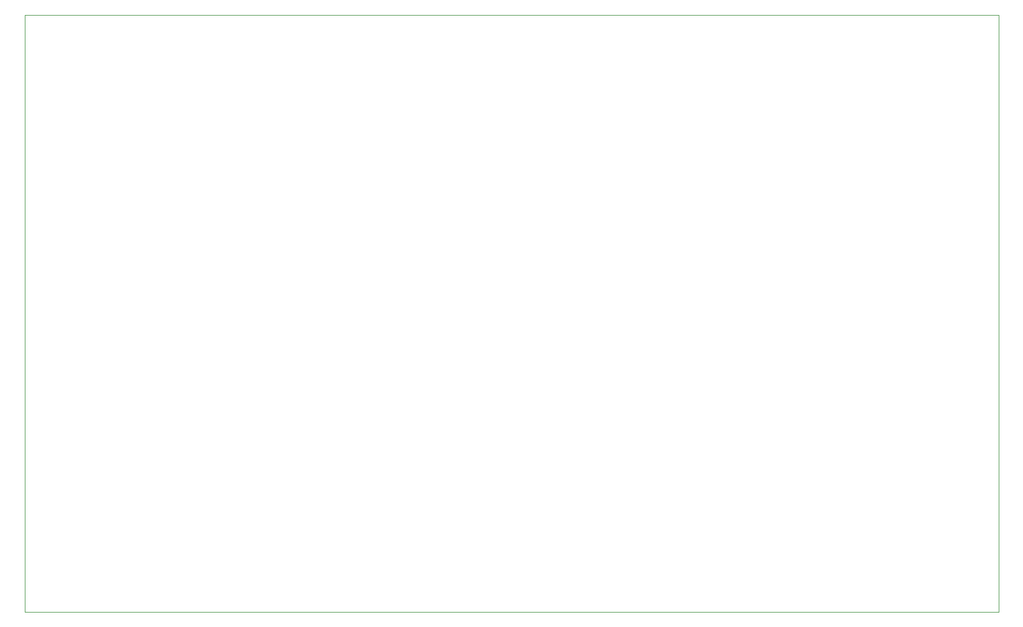
<source format=gbr>
%TF.GenerationSoftware,KiCad,Pcbnew,(6.0.0)*%
%TF.CreationDate,2022-07-07T17:58:35-06:00*%
%TF.ProjectId,Turbopump Controller,54757262-6f70-4756-9d70-20436f6e7472,rev?*%
%TF.SameCoordinates,Original*%
%TF.FileFunction,Legend,Bot*%
%TF.FilePolarity,Positive*%
%FSLAX46Y46*%
G04 Gerber Fmt 4.6, Leading zero omitted, Abs format (unit mm)*
G04 Created by KiCad (PCBNEW (6.0.0)) date 2022-07-07 17:58:35*
%MOMM*%
%LPD*%
G01*
G04 APERTURE LIST*
%TA.AperFunction,Profile*%
%ADD10C,0.100000*%
%TD*%
G04 APERTURE END LIST*
D10*
X92870000Y-53320000D02*
X235620000Y-53320000D01*
X235620000Y-53320000D02*
X235620000Y-140720000D01*
X235620000Y-140720000D02*
X92870000Y-140720000D01*
X92870000Y-140720000D02*
X92870000Y-53320000D01*
M02*

</source>
